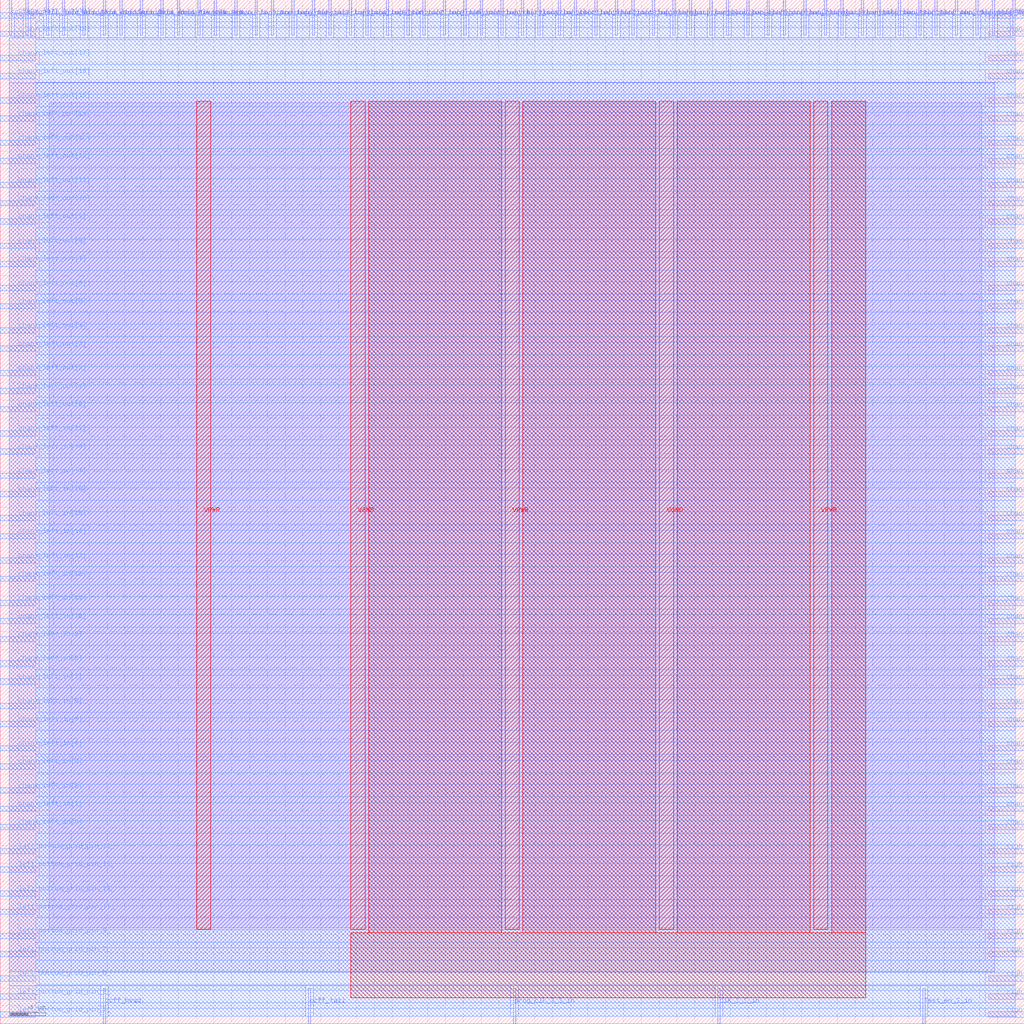
<source format=lef>
VERSION 5.7 ;
  NOWIREEXTENSIONATPIN ON ;
  DIVIDERCHAR "/" ;
  BUSBITCHARS "[]" ;
MACRO sb_1__0_
  CLASS BLOCK ;
  FOREIGN sb_1__0_ ;
  ORIGIN 0.000 0.000 ;
  SIZE 115.000 BY 115.000 ;
  PIN SC_IN_TOP
    DIRECTION INPUT ;
    USE SIGNAL ;
    PORT
      LAYER met2 ;
        RECT 1.010 111.000 1.290 115.000 ;
    END
  END SC_IN_TOP
  PIN SC_OUT_TOP
    DIRECTION OUTPUT TRISTATE ;
    USE SIGNAL ;
    PORT
      LAYER met2 ;
        RECT 113.710 111.000 113.990 115.000 ;
    END
  END SC_OUT_TOP
  PIN Test_en_N_out
    DIRECTION OUTPUT TRISTATE ;
    USE SIGNAL ;
    PORT
      LAYER met2 ;
        RECT 22.170 111.000 22.450 115.000 ;
    END
  END Test_en_N_out
  PIN Test_en_S_in
    DIRECTION INPUT ;
    USE SIGNAL ;
    PORT
      LAYER met2 ;
        RECT 103.590 0.000 103.870 4.000 ;
    END
  END Test_en_S_in
  PIN ccff_head
    DIRECTION INPUT ;
    USE SIGNAL ;
    PORT
      LAYER met2 ;
        RECT 11.590 0.000 11.870 4.000 ;
    END
  END ccff_head
  PIN ccff_tail
    DIRECTION OUTPUT TRISTATE ;
    USE SIGNAL ;
    PORT
      LAYER met2 ;
        RECT 34.590 0.000 34.870 4.000 ;
    END
  END ccff_tail
  PIN chanx_left_in[0]
    DIRECTION INPUT ;
    USE SIGNAL ;
    PORT
      LAYER met3 ;
        RECT 0.000 21.800 4.000 22.400 ;
    END
  END chanx_left_in[0]
  PIN chanx_left_in[10]
    DIRECTION INPUT ;
    USE SIGNAL ;
    PORT
      LAYER met3 ;
        RECT 0.000 44.920 4.000 45.520 ;
    END
  END chanx_left_in[10]
  PIN chanx_left_in[11]
    DIRECTION INPUT ;
    USE SIGNAL ;
    PORT
      LAYER met3 ;
        RECT 0.000 46.960 4.000 47.560 ;
    END
  END chanx_left_in[11]
  PIN chanx_left_in[12]
    DIRECTION INPUT ;
    USE SIGNAL ;
    PORT
      LAYER met3 ;
        RECT 0.000 49.680 4.000 50.280 ;
    END
  END chanx_left_in[12]
  PIN chanx_left_in[13]
    DIRECTION INPUT ;
    USE SIGNAL ;
    PORT
      LAYER met3 ;
        RECT 0.000 51.720 4.000 52.320 ;
    END
  END chanx_left_in[13]
  PIN chanx_left_in[14]
    DIRECTION INPUT ;
    USE SIGNAL ;
    PORT
      LAYER met3 ;
        RECT 0.000 54.440 4.000 55.040 ;
    END
  END chanx_left_in[14]
  PIN chanx_left_in[15]
    DIRECTION INPUT ;
    USE SIGNAL ;
    PORT
      LAYER met3 ;
        RECT 0.000 56.480 4.000 57.080 ;
    END
  END chanx_left_in[15]
  PIN chanx_left_in[16]
    DIRECTION INPUT ;
    USE SIGNAL ;
    PORT
      LAYER met3 ;
        RECT 0.000 59.200 4.000 59.800 ;
    END
  END chanx_left_in[16]
  PIN chanx_left_in[17]
    DIRECTION INPUT ;
    USE SIGNAL ;
    PORT
      LAYER met3 ;
        RECT 0.000 61.240 4.000 61.840 ;
    END
  END chanx_left_in[17]
  PIN chanx_left_in[18]
    DIRECTION INPUT ;
    USE SIGNAL ;
    PORT
      LAYER met3 ;
        RECT 0.000 63.960 4.000 64.560 ;
    END
  END chanx_left_in[18]
  PIN chanx_left_in[19]
    DIRECTION INPUT ;
    USE SIGNAL ;
    PORT
      LAYER met3 ;
        RECT 0.000 66.000 4.000 66.600 ;
    END
  END chanx_left_in[19]
  PIN chanx_left_in[1]
    DIRECTION INPUT ;
    USE SIGNAL ;
    PORT
      LAYER met3 ;
        RECT 0.000 23.840 4.000 24.440 ;
    END
  END chanx_left_in[1]
  PIN chanx_left_in[2]
    DIRECTION INPUT ;
    USE SIGNAL ;
    PORT
      LAYER met3 ;
        RECT 0.000 25.880 4.000 26.480 ;
    END
  END chanx_left_in[2]
  PIN chanx_left_in[3]
    DIRECTION INPUT ;
    USE SIGNAL ;
    PORT
      LAYER met3 ;
        RECT 0.000 28.600 4.000 29.200 ;
    END
  END chanx_left_in[3]
  PIN chanx_left_in[4]
    DIRECTION INPUT ;
    USE SIGNAL ;
    PORT
      LAYER met3 ;
        RECT 0.000 30.640 4.000 31.240 ;
    END
  END chanx_left_in[4]
  PIN chanx_left_in[5]
    DIRECTION INPUT ;
    USE SIGNAL ;
    PORT
      LAYER met3 ;
        RECT 0.000 33.360 4.000 33.960 ;
    END
  END chanx_left_in[5]
  PIN chanx_left_in[6]
    DIRECTION INPUT ;
    USE SIGNAL ;
    PORT
      LAYER met3 ;
        RECT 0.000 35.400 4.000 36.000 ;
    END
  END chanx_left_in[6]
  PIN chanx_left_in[7]
    DIRECTION INPUT ;
    USE SIGNAL ;
    PORT
      LAYER met3 ;
        RECT 0.000 38.120 4.000 38.720 ;
    END
  END chanx_left_in[7]
  PIN chanx_left_in[8]
    DIRECTION INPUT ;
    USE SIGNAL ;
    PORT
      LAYER met3 ;
        RECT 0.000 40.160 4.000 40.760 ;
    END
  END chanx_left_in[8]
  PIN chanx_left_in[9]
    DIRECTION INPUT ;
    USE SIGNAL ;
    PORT
      LAYER met3 ;
        RECT 0.000 42.880 4.000 43.480 ;
    END
  END chanx_left_in[9]
  PIN chanx_left_out[0]
    DIRECTION OUTPUT TRISTATE ;
    USE SIGNAL ;
    PORT
      LAYER met3 ;
        RECT 0.000 68.720 4.000 69.320 ;
    END
  END chanx_left_out[0]
  PIN chanx_left_out[10]
    DIRECTION OUTPUT TRISTATE ;
    USE SIGNAL ;
    PORT
      LAYER met3 ;
        RECT 0.000 91.840 4.000 92.440 ;
    END
  END chanx_left_out[10]
  PIN chanx_left_out[11]
    DIRECTION OUTPUT TRISTATE ;
    USE SIGNAL ;
    PORT
      LAYER met3 ;
        RECT 0.000 93.880 4.000 94.480 ;
    END
  END chanx_left_out[11]
  PIN chanx_left_out[12]
    DIRECTION OUTPUT TRISTATE ;
    USE SIGNAL ;
    PORT
      LAYER met3 ;
        RECT 0.000 96.600 4.000 97.200 ;
    END
  END chanx_left_out[12]
  PIN chanx_left_out[13]
    DIRECTION OUTPUT TRISTATE ;
    USE SIGNAL ;
    PORT
      LAYER met3 ;
        RECT 0.000 98.640 4.000 99.240 ;
    END
  END chanx_left_out[13]
  PIN chanx_left_out[14]
    DIRECTION OUTPUT TRISTATE ;
    USE SIGNAL ;
    PORT
      LAYER met3 ;
        RECT 0.000 101.360 4.000 101.960 ;
    END
  END chanx_left_out[14]
  PIN chanx_left_out[15]
    DIRECTION OUTPUT TRISTATE ;
    USE SIGNAL ;
    PORT
      LAYER met3 ;
        RECT 0.000 103.400 4.000 104.000 ;
    END
  END chanx_left_out[15]
  PIN chanx_left_out[16]
    DIRECTION OUTPUT TRISTATE ;
    USE SIGNAL ;
    PORT
      LAYER met3 ;
        RECT 0.000 106.120 4.000 106.720 ;
    END
  END chanx_left_out[16]
  PIN chanx_left_out[17]
    DIRECTION OUTPUT TRISTATE ;
    USE SIGNAL ;
    PORT
      LAYER met3 ;
        RECT 0.000 108.160 4.000 108.760 ;
    END
  END chanx_left_out[17]
  PIN chanx_left_out[18]
    DIRECTION OUTPUT TRISTATE ;
    USE SIGNAL ;
    PORT
      LAYER met3 ;
        RECT 0.000 110.880 4.000 111.480 ;
    END
  END chanx_left_out[18]
  PIN chanx_left_out[19]
    DIRECTION OUTPUT TRISTATE ;
    USE SIGNAL ;
    PORT
      LAYER met3 ;
        RECT 0.000 112.920 4.000 113.520 ;
    END
  END chanx_left_out[19]
  PIN chanx_left_out[1]
    DIRECTION OUTPUT TRISTATE ;
    USE SIGNAL ;
    PORT
      LAYER met3 ;
        RECT 0.000 70.760 4.000 71.360 ;
    END
  END chanx_left_out[1]
  PIN chanx_left_out[2]
    DIRECTION OUTPUT TRISTATE ;
    USE SIGNAL ;
    PORT
      LAYER met3 ;
        RECT 0.000 72.800 4.000 73.400 ;
    END
  END chanx_left_out[2]
  PIN chanx_left_out[3]
    DIRECTION OUTPUT TRISTATE ;
    USE SIGNAL ;
    PORT
      LAYER met3 ;
        RECT 0.000 75.520 4.000 76.120 ;
    END
  END chanx_left_out[3]
  PIN chanx_left_out[4]
    DIRECTION OUTPUT TRISTATE ;
    USE SIGNAL ;
    PORT
      LAYER met3 ;
        RECT 0.000 77.560 4.000 78.160 ;
    END
  END chanx_left_out[4]
  PIN chanx_left_out[5]
    DIRECTION OUTPUT TRISTATE ;
    USE SIGNAL ;
    PORT
      LAYER met3 ;
        RECT 0.000 80.280 4.000 80.880 ;
    END
  END chanx_left_out[5]
  PIN chanx_left_out[6]
    DIRECTION OUTPUT TRISTATE ;
    USE SIGNAL ;
    PORT
      LAYER met3 ;
        RECT 0.000 82.320 4.000 82.920 ;
    END
  END chanx_left_out[6]
  PIN chanx_left_out[7]
    DIRECTION OUTPUT TRISTATE ;
    USE SIGNAL ;
    PORT
      LAYER met3 ;
        RECT 0.000 85.040 4.000 85.640 ;
    END
  END chanx_left_out[7]
  PIN chanx_left_out[8]
    DIRECTION OUTPUT TRISTATE ;
    USE SIGNAL ;
    PORT
      LAYER met3 ;
        RECT 0.000 87.080 4.000 87.680 ;
    END
  END chanx_left_out[8]
  PIN chanx_left_out[9]
    DIRECTION OUTPUT TRISTATE ;
    USE SIGNAL ;
    PORT
      LAYER met3 ;
        RECT 0.000 89.800 4.000 90.400 ;
    END
  END chanx_left_out[9]
  PIN chanx_right_in[0]
    DIRECTION INPUT ;
    USE SIGNAL ;
    PORT
      LAYER met3 ;
        RECT 111.000 21.800 115.000 22.400 ;
    END
  END chanx_right_in[0]
  PIN chanx_right_in[10]
    DIRECTION INPUT ;
    USE SIGNAL ;
    PORT
      LAYER met3 ;
        RECT 111.000 44.920 115.000 45.520 ;
    END
  END chanx_right_in[10]
  PIN chanx_right_in[11]
    DIRECTION INPUT ;
    USE SIGNAL ;
    PORT
      LAYER met3 ;
        RECT 111.000 46.960 115.000 47.560 ;
    END
  END chanx_right_in[11]
  PIN chanx_right_in[12]
    DIRECTION INPUT ;
    USE SIGNAL ;
    PORT
      LAYER met3 ;
        RECT 111.000 49.680 115.000 50.280 ;
    END
  END chanx_right_in[12]
  PIN chanx_right_in[13]
    DIRECTION INPUT ;
    USE SIGNAL ;
    PORT
      LAYER met3 ;
        RECT 111.000 51.720 115.000 52.320 ;
    END
  END chanx_right_in[13]
  PIN chanx_right_in[14]
    DIRECTION INPUT ;
    USE SIGNAL ;
    PORT
      LAYER met3 ;
        RECT 111.000 54.440 115.000 55.040 ;
    END
  END chanx_right_in[14]
  PIN chanx_right_in[15]
    DIRECTION INPUT ;
    USE SIGNAL ;
    PORT
      LAYER met3 ;
        RECT 111.000 56.480 115.000 57.080 ;
    END
  END chanx_right_in[15]
  PIN chanx_right_in[16]
    DIRECTION INPUT ;
    USE SIGNAL ;
    PORT
      LAYER met3 ;
        RECT 111.000 59.200 115.000 59.800 ;
    END
  END chanx_right_in[16]
  PIN chanx_right_in[17]
    DIRECTION INPUT ;
    USE SIGNAL ;
    PORT
      LAYER met3 ;
        RECT 111.000 61.240 115.000 61.840 ;
    END
  END chanx_right_in[17]
  PIN chanx_right_in[18]
    DIRECTION INPUT ;
    USE SIGNAL ;
    PORT
      LAYER met3 ;
        RECT 111.000 63.960 115.000 64.560 ;
    END
  END chanx_right_in[18]
  PIN chanx_right_in[19]
    DIRECTION INPUT ;
    USE SIGNAL ;
    PORT
      LAYER met3 ;
        RECT 111.000 66.000 115.000 66.600 ;
    END
  END chanx_right_in[19]
  PIN chanx_right_in[1]
    DIRECTION INPUT ;
    USE SIGNAL ;
    PORT
      LAYER met3 ;
        RECT 111.000 23.840 115.000 24.440 ;
    END
  END chanx_right_in[1]
  PIN chanx_right_in[2]
    DIRECTION INPUT ;
    USE SIGNAL ;
    PORT
      LAYER met3 ;
        RECT 111.000 25.880 115.000 26.480 ;
    END
  END chanx_right_in[2]
  PIN chanx_right_in[3]
    DIRECTION INPUT ;
    USE SIGNAL ;
    PORT
      LAYER met3 ;
        RECT 111.000 28.600 115.000 29.200 ;
    END
  END chanx_right_in[3]
  PIN chanx_right_in[4]
    DIRECTION INPUT ;
    USE SIGNAL ;
    PORT
      LAYER met3 ;
        RECT 111.000 30.640 115.000 31.240 ;
    END
  END chanx_right_in[4]
  PIN chanx_right_in[5]
    DIRECTION INPUT ;
    USE SIGNAL ;
    PORT
      LAYER met3 ;
        RECT 111.000 33.360 115.000 33.960 ;
    END
  END chanx_right_in[5]
  PIN chanx_right_in[6]
    DIRECTION INPUT ;
    USE SIGNAL ;
    PORT
      LAYER met3 ;
        RECT 111.000 35.400 115.000 36.000 ;
    END
  END chanx_right_in[6]
  PIN chanx_right_in[7]
    DIRECTION INPUT ;
    USE SIGNAL ;
    PORT
      LAYER met3 ;
        RECT 111.000 38.120 115.000 38.720 ;
    END
  END chanx_right_in[7]
  PIN chanx_right_in[8]
    DIRECTION INPUT ;
    USE SIGNAL ;
    PORT
      LAYER met3 ;
        RECT 111.000 40.160 115.000 40.760 ;
    END
  END chanx_right_in[8]
  PIN chanx_right_in[9]
    DIRECTION INPUT ;
    USE SIGNAL ;
    PORT
      LAYER met3 ;
        RECT 111.000 42.880 115.000 43.480 ;
    END
  END chanx_right_in[9]
  PIN chanx_right_out[0]
    DIRECTION OUTPUT TRISTATE ;
    USE SIGNAL ;
    PORT
      LAYER met3 ;
        RECT 111.000 68.720 115.000 69.320 ;
    END
  END chanx_right_out[0]
  PIN chanx_right_out[10]
    DIRECTION OUTPUT TRISTATE ;
    USE SIGNAL ;
    PORT
      LAYER met3 ;
        RECT 111.000 91.840 115.000 92.440 ;
    END
  END chanx_right_out[10]
  PIN chanx_right_out[11]
    DIRECTION OUTPUT TRISTATE ;
    USE SIGNAL ;
    PORT
      LAYER met3 ;
        RECT 111.000 93.880 115.000 94.480 ;
    END
  END chanx_right_out[11]
  PIN chanx_right_out[12]
    DIRECTION OUTPUT TRISTATE ;
    USE SIGNAL ;
    PORT
      LAYER met3 ;
        RECT 111.000 96.600 115.000 97.200 ;
    END
  END chanx_right_out[12]
  PIN chanx_right_out[13]
    DIRECTION OUTPUT TRISTATE ;
    USE SIGNAL ;
    PORT
      LAYER met3 ;
        RECT 111.000 98.640 115.000 99.240 ;
    END
  END chanx_right_out[13]
  PIN chanx_right_out[14]
    DIRECTION OUTPUT TRISTATE ;
    USE SIGNAL ;
    PORT
      LAYER met3 ;
        RECT 111.000 101.360 115.000 101.960 ;
    END
  END chanx_right_out[14]
  PIN chanx_right_out[15]
    DIRECTION OUTPUT TRISTATE ;
    USE SIGNAL ;
    PORT
      LAYER met3 ;
        RECT 111.000 103.400 115.000 104.000 ;
    END
  END chanx_right_out[15]
  PIN chanx_right_out[16]
    DIRECTION OUTPUT TRISTATE ;
    USE SIGNAL ;
    PORT
      LAYER met3 ;
        RECT 111.000 106.120 115.000 106.720 ;
    END
  END chanx_right_out[16]
  PIN chanx_right_out[17]
    DIRECTION OUTPUT TRISTATE ;
    USE SIGNAL ;
    PORT
      LAYER met3 ;
        RECT 111.000 108.160 115.000 108.760 ;
    END
  END chanx_right_out[17]
  PIN chanx_right_out[18]
    DIRECTION OUTPUT TRISTATE ;
    USE SIGNAL ;
    PORT
      LAYER met3 ;
        RECT 111.000 110.880 115.000 111.480 ;
    END
  END chanx_right_out[18]
  PIN chanx_right_out[19]
    DIRECTION OUTPUT TRISTATE ;
    USE SIGNAL ;
    PORT
      LAYER met3 ;
        RECT 111.000 112.920 115.000 113.520 ;
    END
  END chanx_right_out[19]
  PIN chanx_right_out[1]
    DIRECTION OUTPUT TRISTATE ;
    USE SIGNAL ;
    PORT
      LAYER met3 ;
        RECT 111.000 70.760 115.000 71.360 ;
    END
  END chanx_right_out[1]
  PIN chanx_right_out[2]
    DIRECTION OUTPUT TRISTATE ;
    USE SIGNAL ;
    PORT
      LAYER met3 ;
        RECT 111.000 72.800 115.000 73.400 ;
    END
  END chanx_right_out[2]
  PIN chanx_right_out[3]
    DIRECTION OUTPUT TRISTATE ;
    USE SIGNAL ;
    PORT
      LAYER met3 ;
        RECT 111.000 75.520 115.000 76.120 ;
    END
  END chanx_right_out[3]
  PIN chanx_right_out[4]
    DIRECTION OUTPUT TRISTATE ;
    USE SIGNAL ;
    PORT
      LAYER met3 ;
        RECT 111.000 77.560 115.000 78.160 ;
    END
  END chanx_right_out[4]
  PIN chanx_right_out[5]
    DIRECTION OUTPUT TRISTATE ;
    USE SIGNAL ;
    PORT
      LAYER met3 ;
        RECT 111.000 80.280 115.000 80.880 ;
    END
  END chanx_right_out[5]
  PIN chanx_right_out[6]
    DIRECTION OUTPUT TRISTATE ;
    USE SIGNAL ;
    PORT
      LAYER met3 ;
        RECT 111.000 82.320 115.000 82.920 ;
    END
  END chanx_right_out[6]
  PIN chanx_right_out[7]
    DIRECTION OUTPUT TRISTATE ;
    USE SIGNAL ;
    PORT
      LAYER met3 ;
        RECT 111.000 85.040 115.000 85.640 ;
    END
  END chanx_right_out[7]
  PIN chanx_right_out[8]
    DIRECTION OUTPUT TRISTATE ;
    USE SIGNAL ;
    PORT
      LAYER met3 ;
        RECT 111.000 87.080 115.000 87.680 ;
    END
  END chanx_right_out[8]
  PIN chanx_right_out[9]
    DIRECTION OUTPUT TRISTATE ;
    USE SIGNAL ;
    PORT
      LAYER met3 ;
        RECT 111.000 89.800 115.000 90.400 ;
    END
  END chanx_right_out[9]
  PIN chany_top_in[0]
    DIRECTION INPUT ;
    USE SIGNAL ;
    PORT
      LAYER met2 ;
        RECT 28.610 111.000 28.890 115.000 ;
    END
  END chany_top_in[0]
  PIN chany_top_in[10]
    DIRECTION INPUT ;
    USE SIGNAL ;
    PORT
      LAYER met2 ;
        RECT 49.770 111.000 50.050 115.000 ;
    END
  END chany_top_in[10]
  PIN chany_top_in[11]
    DIRECTION INPUT ;
    USE SIGNAL ;
    PORT
      LAYER met2 ;
        RECT 52.070 111.000 52.350 115.000 ;
    END
  END chany_top_in[11]
  PIN chany_top_in[12]
    DIRECTION INPUT ;
    USE SIGNAL ;
    PORT
      LAYER met2 ;
        RECT 53.910 111.000 54.190 115.000 ;
    END
  END chany_top_in[12]
  PIN chany_top_in[13]
    DIRECTION INPUT ;
    USE SIGNAL ;
    PORT
      LAYER met2 ;
        RECT 56.210 111.000 56.490 115.000 ;
    END
  END chany_top_in[13]
  PIN chany_top_in[14]
    DIRECTION INPUT ;
    USE SIGNAL ;
    PORT
      LAYER met2 ;
        RECT 58.510 111.000 58.790 115.000 ;
    END
  END chany_top_in[14]
  PIN chany_top_in[15]
    DIRECTION INPUT ;
    USE SIGNAL ;
    PORT
      LAYER met2 ;
        RECT 60.350 111.000 60.630 115.000 ;
    END
  END chany_top_in[15]
  PIN chany_top_in[16]
    DIRECTION INPUT ;
    USE SIGNAL ;
    PORT
      LAYER met2 ;
        RECT 62.650 111.000 62.930 115.000 ;
    END
  END chany_top_in[16]
  PIN chany_top_in[17]
    DIRECTION INPUT ;
    USE SIGNAL ;
    PORT
      LAYER met2 ;
        RECT 64.490 111.000 64.770 115.000 ;
    END
  END chany_top_in[17]
  PIN chany_top_in[18]
    DIRECTION INPUT ;
    USE SIGNAL ;
    PORT
      LAYER met2 ;
        RECT 66.790 111.000 67.070 115.000 ;
    END
  END chany_top_in[18]
  PIN chany_top_in[19]
    DIRECTION INPUT ;
    USE SIGNAL ;
    PORT
      LAYER met2 ;
        RECT 69.090 111.000 69.370 115.000 ;
    END
  END chany_top_in[19]
  PIN chany_top_in[1]
    DIRECTION INPUT ;
    USE SIGNAL ;
    PORT
      LAYER met2 ;
        RECT 30.450 111.000 30.730 115.000 ;
    END
  END chany_top_in[1]
  PIN chany_top_in[2]
    DIRECTION INPUT ;
    USE SIGNAL ;
    PORT
      LAYER met2 ;
        RECT 32.750 111.000 33.030 115.000 ;
    END
  END chany_top_in[2]
  PIN chany_top_in[3]
    DIRECTION INPUT ;
    USE SIGNAL ;
    PORT
      LAYER met2 ;
        RECT 35.050 111.000 35.330 115.000 ;
    END
  END chany_top_in[3]
  PIN chany_top_in[4]
    DIRECTION INPUT ;
    USE SIGNAL ;
    PORT
      LAYER met2 ;
        RECT 36.890 111.000 37.170 115.000 ;
    END
  END chany_top_in[4]
  PIN chany_top_in[5]
    DIRECTION INPUT ;
    USE SIGNAL ;
    PORT
      LAYER met2 ;
        RECT 39.190 111.000 39.470 115.000 ;
    END
  END chany_top_in[5]
  PIN chany_top_in[6]
    DIRECTION INPUT ;
    USE SIGNAL ;
    PORT
      LAYER met2 ;
        RECT 41.030 111.000 41.310 115.000 ;
    END
  END chany_top_in[6]
  PIN chany_top_in[7]
    DIRECTION INPUT ;
    USE SIGNAL ;
    PORT
      LAYER met2 ;
        RECT 43.330 111.000 43.610 115.000 ;
    END
  END chany_top_in[7]
  PIN chany_top_in[8]
    DIRECTION INPUT ;
    USE SIGNAL ;
    PORT
      LAYER met2 ;
        RECT 45.630 111.000 45.910 115.000 ;
    END
  END chany_top_in[8]
  PIN chany_top_in[9]
    DIRECTION INPUT ;
    USE SIGNAL ;
    PORT
      LAYER met2 ;
        RECT 47.470 111.000 47.750 115.000 ;
    END
  END chany_top_in[9]
  PIN chany_top_out[0]
    DIRECTION OUTPUT TRISTATE ;
    USE SIGNAL ;
    PORT
      LAYER met2 ;
        RECT 70.930 111.000 71.210 115.000 ;
    END
  END chany_top_out[0]
  PIN chany_top_out[10]
    DIRECTION OUTPUT TRISTATE ;
    USE SIGNAL ;
    PORT
      LAYER met2 ;
        RECT 92.550 111.000 92.830 115.000 ;
    END
  END chany_top_out[10]
  PIN chany_top_out[11]
    DIRECTION OUTPUT TRISTATE ;
    USE SIGNAL ;
    PORT
      LAYER met2 ;
        RECT 94.390 111.000 94.670 115.000 ;
    END
  END chany_top_out[11]
  PIN chany_top_out[12]
    DIRECTION OUTPUT TRISTATE ;
    USE SIGNAL ;
    PORT
      LAYER met2 ;
        RECT 96.690 111.000 96.970 115.000 ;
    END
  END chany_top_out[12]
  PIN chany_top_out[13]
    DIRECTION OUTPUT TRISTATE ;
    USE SIGNAL ;
    PORT
      LAYER met2 ;
        RECT 98.530 111.000 98.810 115.000 ;
    END
  END chany_top_out[13]
  PIN chany_top_out[14]
    DIRECTION OUTPUT TRISTATE ;
    USE SIGNAL ;
    PORT
      LAYER met2 ;
        RECT 100.830 111.000 101.110 115.000 ;
    END
  END chany_top_out[14]
  PIN chany_top_out[15]
    DIRECTION OUTPUT TRISTATE ;
    USE SIGNAL ;
    PORT
      LAYER met2 ;
        RECT 103.130 111.000 103.410 115.000 ;
    END
  END chany_top_out[15]
  PIN chany_top_out[16]
    DIRECTION OUTPUT TRISTATE ;
    USE SIGNAL ;
    PORT
      LAYER met2 ;
        RECT 104.970 111.000 105.250 115.000 ;
    END
  END chany_top_out[16]
  PIN chany_top_out[17]
    DIRECTION OUTPUT TRISTATE ;
    USE SIGNAL ;
    PORT
      LAYER met2 ;
        RECT 107.270 111.000 107.550 115.000 ;
    END
  END chany_top_out[17]
  PIN chany_top_out[18]
    DIRECTION OUTPUT TRISTATE ;
    USE SIGNAL ;
    PORT
      LAYER met2 ;
        RECT 109.570 111.000 109.850 115.000 ;
    END
  END chany_top_out[18]
  PIN chany_top_out[19]
    DIRECTION OUTPUT TRISTATE ;
    USE SIGNAL ;
    PORT
      LAYER met2 ;
        RECT 111.410 111.000 111.690 115.000 ;
    END
  END chany_top_out[19]
  PIN chany_top_out[1]
    DIRECTION OUTPUT TRISTATE ;
    USE SIGNAL ;
    PORT
      LAYER met2 ;
        RECT 73.230 111.000 73.510 115.000 ;
    END
  END chany_top_out[1]
  PIN chany_top_out[2]
    DIRECTION OUTPUT TRISTATE ;
    USE SIGNAL ;
    PORT
      LAYER met2 ;
        RECT 75.530 111.000 75.810 115.000 ;
    END
  END chany_top_out[2]
  PIN chany_top_out[3]
    DIRECTION OUTPUT TRISTATE ;
    USE SIGNAL ;
    PORT
      LAYER met2 ;
        RECT 77.370 111.000 77.650 115.000 ;
    END
  END chany_top_out[3]
  PIN chany_top_out[4]
    DIRECTION OUTPUT TRISTATE ;
    USE SIGNAL ;
    PORT
      LAYER met2 ;
        RECT 79.670 111.000 79.950 115.000 ;
    END
  END chany_top_out[4]
  PIN chany_top_out[5]
    DIRECTION OUTPUT TRISTATE ;
    USE SIGNAL ;
    PORT
      LAYER met2 ;
        RECT 81.510 111.000 81.790 115.000 ;
    END
  END chany_top_out[5]
  PIN chany_top_out[6]
    DIRECTION OUTPUT TRISTATE ;
    USE SIGNAL ;
    PORT
      LAYER met2 ;
        RECT 83.810 111.000 84.090 115.000 ;
    END
  END chany_top_out[6]
  PIN chany_top_out[7]
    DIRECTION OUTPUT TRISTATE ;
    USE SIGNAL ;
    PORT
      LAYER met2 ;
        RECT 86.110 111.000 86.390 115.000 ;
    END
  END chany_top_out[7]
  PIN chany_top_out[8]
    DIRECTION OUTPUT TRISTATE ;
    USE SIGNAL ;
    PORT
      LAYER met2 ;
        RECT 87.950 111.000 88.230 115.000 ;
    END
  END chany_top_out[8]
  PIN chany_top_out[9]
    DIRECTION OUTPUT TRISTATE ;
    USE SIGNAL ;
    PORT
      LAYER met2 ;
        RECT 90.250 111.000 90.530 115.000 ;
    END
  END chany_top_out[9]
  PIN clk_3_N_out
    DIRECTION OUTPUT TRISTATE ;
    USE SIGNAL ;
    PORT
      LAYER met2 ;
        RECT 24.010 111.000 24.290 115.000 ;
    END
  END clk_3_N_out
  PIN clk_3_S_in
    DIRECTION INPUT ;
    USE SIGNAL ;
    PORT
      LAYER met2 ;
        RECT 80.590 0.000 80.870 4.000 ;
    END
  END clk_3_S_in
  PIN left_bottom_grid_pin_11_
    DIRECTION INPUT ;
    USE SIGNAL ;
    PORT
      LAYER met3 ;
        RECT 0.000 12.280 4.000 12.880 ;
    END
  END left_bottom_grid_pin_11_
  PIN left_bottom_grid_pin_13_
    DIRECTION INPUT ;
    USE SIGNAL ;
    PORT
      LAYER met3 ;
        RECT 0.000 14.320 4.000 14.920 ;
    END
  END left_bottom_grid_pin_13_
  PIN left_bottom_grid_pin_15_
    DIRECTION INPUT ;
    USE SIGNAL ;
    PORT
      LAYER met3 ;
        RECT 0.000 17.040 4.000 17.640 ;
    END
  END left_bottom_grid_pin_15_
  PIN left_bottom_grid_pin_17_
    DIRECTION INPUT ;
    USE SIGNAL ;
    PORT
      LAYER met3 ;
        RECT 0.000 19.080 4.000 19.680 ;
    END
  END left_bottom_grid_pin_17_
  PIN left_bottom_grid_pin_1_
    DIRECTION INPUT ;
    USE SIGNAL ;
    PORT
      LAYER met3 ;
        RECT 0.000 0.720 4.000 1.320 ;
    END
  END left_bottom_grid_pin_1_
  PIN left_bottom_grid_pin_3_
    DIRECTION INPUT ;
    USE SIGNAL ;
    PORT
      LAYER met3 ;
        RECT 0.000 2.760 4.000 3.360 ;
    END
  END left_bottom_grid_pin_3_
  PIN left_bottom_grid_pin_5_
    DIRECTION INPUT ;
    USE SIGNAL ;
    PORT
      LAYER met3 ;
        RECT 0.000 4.800 4.000 5.400 ;
    END
  END left_bottom_grid_pin_5_
  PIN left_bottom_grid_pin_7_
    DIRECTION INPUT ;
    USE SIGNAL ;
    PORT
      LAYER met3 ;
        RECT 0.000 7.520 4.000 8.120 ;
    END
  END left_bottom_grid_pin_7_
  PIN left_bottom_grid_pin_9_
    DIRECTION INPUT ;
    USE SIGNAL ;
    PORT
      LAYER met3 ;
        RECT 0.000 9.560 4.000 10.160 ;
    END
  END left_bottom_grid_pin_9_
  PIN prog_clk_0_N_in
    DIRECTION INPUT ;
    USE SIGNAL ;
    PORT
      LAYER met2 ;
        RECT 19.870 111.000 20.150 115.000 ;
    END
  END prog_clk_0_N_in
  PIN prog_clk_3_N_out
    DIRECTION OUTPUT TRISTATE ;
    USE SIGNAL ;
    PORT
      LAYER met2 ;
        RECT 26.310 111.000 26.590 115.000 ;
    END
  END prog_clk_3_N_out
  PIN prog_clk_3_S_in
    DIRECTION INPUT ;
    USE SIGNAL ;
    PORT
      LAYER met2 ;
        RECT 57.590 0.000 57.870 4.000 ;
    END
  END prog_clk_3_S_in
  PIN right_bottom_grid_pin_11_
    DIRECTION INPUT ;
    USE SIGNAL ;
    PORT
      LAYER met3 ;
        RECT 111.000 12.280 115.000 12.880 ;
    END
  END right_bottom_grid_pin_11_
  PIN right_bottom_grid_pin_13_
    DIRECTION INPUT ;
    USE SIGNAL ;
    PORT
      LAYER met3 ;
        RECT 111.000 14.320 115.000 14.920 ;
    END
  END right_bottom_grid_pin_13_
  PIN right_bottom_grid_pin_15_
    DIRECTION INPUT ;
    USE SIGNAL ;
    PORT
      LAYER met3 ;
        RECT 111.000 17.040 115.000 17.640 ;
    END
  END right_bottom_grid_pin_15_
  PIN right_bottom_grid_pin_17_
    DIRECTION INPUT ;
    USE SIGNAL ;
    PORT
      LAYER met3 ;
        RECT 111.000 19.080 115.000 19.680 ;
    END
  END right_bottom_grid_pin_17_
  PIN right_bottom_grid_pin_1_
    DIRECTION INPUT ;
    USE SIGNAL ;
    PORT
      LAYER met3 ;
        RECT 111.000 0.720 115.000 1.320 ;
    END
  END right_bottom_grid_pin_1_
  PIN right_bottom_grid_pin_3_
    DIRECTION INPUT ;
    USE SIGNAL ;
    PORT
      LAYER met3 ;
        RECT 111.000 2.760 115.000 3.360 ;
    END
  END right_bottom_grid_pin_3_
  PIN right_bottom_grid_pin_5_
    DIRECTION INPUT ;
    USE SIGNAL ;
    PORT
      LAYER met3 ;
        RECT 111.000 4.800 115.000 5.400 ;
    END
  END right_bottom_grid_pin_5_
  PIN right_bottom_grid_pin_7_
    DIRECTION INPUT ;
    USE SIGNAL ;
    PORT
      LAYER met3 ;
        RECT 111.000 7.520 115.000 8.120 ;
    END
  END right_bottom_grid_pin_7_
  PIN right_bottom_grid_pin_9_
    DIRECTION INPUT ;
    USE SIGNAL ;
    PORT
      LAYER met3 ;
        RECT 111.000 9.560 115.000 10.160 ;
    END
  END right_bottom_grid_pin_9_
  PIN top_left_grid_pin_42_
    DIRECTION INPUT ;
    USE SIGNAL ;
    PORT
      LAYER met2 ;
        RECT 2.850 111.000 3.130 115.000 ;
    END
  END top_left_grid_pin_42_
  PIN top_left_grid_pin_43_
    DIRECTION INPUT ;
    USE SIGNAL ;
    PORT
      LAYER met2 ;
        RECT 5.150 111.000 5.430 115.000 ;
    END
  END top_left_grid_pin_43_
  PIN top_left_grid_pin_44_
    DIRECTION INPUT ;
    USE SIGNAL ;
    PORT
      LAYER met2 ;
        RECT 6.990 111.000 7.270 115.000 ;
    END
  END top_left_grid_pin_44_
  PIN top_left_grid_pin_45_
    DIRECTION INPUT ;
    USE SIGNAL ;
    PORT
      LAYER met2 ;
        RECT 9.290 111.000 9.570 115.000 ;
    END
  END top_left_grid_pin_45_
  PIN top_left_grid_pin_46_
    DIRECTION INPUT ;
    USE SIGNAL ;
    PORT
      LAYER met2 ;
        RECT 11.590 111.000 11.870 115.000 ;
    END
  END top_left_grid_pin_46_
  PIN top_left_grid_pin_47_
    DIRECTION INPUT ;
    USE SIGNAL ;
    PORT
      LAYER met2 ;
        RECT 13.430 111.000 13.710 115.000 ;
    END
  END top_left_grid_pin_47_
  PIN top_left_grid_pin_48_
    DIRECTION INPUT ;
    USE SIGNAL ;
    PORT
      LAYER met2 ;
        RECT 15.730 111.000 16.010 115.000 ;
    END
  END top_left_grid_pin_48_
  PIN top_left_grid_pin_49_
    DIRECTION INPUT ;
    USE SIGNAL ;
    PORT
      LAYER met2 ;
        RECT 18.030 111.000 18.310 115.000 ;
    END
  END top_left_grid_pin_49_
  PIN VPWR
    DIRECTION INOUT ;
    USE POWER ;
    PORT
      LAYER met4 ;
        RECT 91.355 10.640 92.955 103.600 ;
    END
  END VPWR
  PIN VPWR
    DIRECTION INOUT ;
    USE POWER ;
    PORT
      LAYER met4 ;
        RECT 56.700 10.640 58.300 103.600 ;
    END
  END VPWR
  PIN VPWR
    DIRECTION INOUT ;
    USE POWER ;
    PORT
      LAYER met4 ;
        RECT 22.045 10.640 23.645 103.600 ;
    END
  END VPWR
  PIN VGND
    DIRECTION INOUT ;
    USE GROUND ;
    PORT
      LAYER met4 ;
        RECT 74.025 10.640 75.625 103.600 ;
    END
  END VGND
  PIN VGND
    DIRECTION INOUT ;
    USE GROUND ;
    PORT
      LAYER met4 ;
        RECT 39.375 10.640 40.975 103.600 ;
    END
  END VGND
  OBS
      LAYER li1 ;
        RECT 5.520 10.795 110.255 103.445 ;
      LAYER met1 ;
        RECT 0.990 5.820 111.710 105.700 ;
      LAYER met2 ;
        RECT 1.570 110.720 2.570 113.405 ;
        RECT 3.410 110.720 4.870 113.405 ;
        RECT 5.710 110.720 6.710 113.405 ;
        RECT 7.550 110.720 9.010 113.405 ;
        RECT 9.850 110.720 11.310 113.405 ;
        RECT 12.150 110.720 13.150 113.405 ;
        RECT 13.990 110.720 15.450 113.405 ;
        RECT 16.290 110.720 17.750 113.405 ;
        RECT 18.590 110.720 19.590 113.405 ;
        RECT 20.430 110.720 21.890 113.405 ;
        RECT 22.730 110.720 23.730 113.405 ;
        RECT 24.570 110.720 26.030 113.405 ;
        RECT 26.870 110.720 28.330 113.405 ;
        RECT 29.170 110.720 30.170 113.405 ;
        RECT 31.010 110.720 32.470 113.405 ;
        RECT 33.310 110.720 34.770 113.405 ;
        RECT 35.610 110.720 36.610 113.405 ;
        RECT 37.450 110.720 38.910 113.405 ;
        RECT 39.750 110.720 40.750 113.405 ;
        RECT 41.590 110.720 43.050 113.405 ;
        RECT 43.890 110.720 45.350 113.405 ;
        RECT 46.190 110.720 47.190 113.405 ;
        RECT 48.030 110.720 49.490 113.405 ;
        RECT 50.330 110.720 51.790 113.405 ;
        RECT 52.630 110.720 53.630 113.405 ;
        RECT 54.470 110.720 55.930 113.405 ;
        RECT 56.770 110.720 58.230 113.405 ;
        RECT 59.070 110.720 60.070 113.405 ;
        RECT 60.910 110.720 62.370 113.405 ;
        RECT 63.210 110.720 64.210 113.405 ;
        RECT 65.050 110.720 66.510 113.405 ;
        RECT 67.350 110.720 68.810 113.405 ;
        RECT 69.650 110.720 70.650 113.405 ;
        RECT 71.490 110.720 72.950 113.405 ;
        RECT 73.790 110.720 75.250 113.405 ;
        RECT 76.090 110.720 77.090 113.405 ;
        RECT 77.930 110.720 79.390 113.405 ;
        RECT 80.230 110.720 81.230 113.405 ;
        RECT 82.070 110.720 83.530 113.405 ;
        RECT 84.370 110.720 85.830 113.405 ;
        RECT 86.670 110.720 87.670 113.405 ;
        RECT 88.510 110.720 89.970 113.405 ;
        RECT 90.810 110.720 92.270 113.405 ;
        RECT 93.110 110.720 94.110 113.405 ;
        RECT 94.950 110.720 96.410 113.405 ;
        RECT 97.250 110.720 98.250 113.405 ;
        RECT 99.090 110.720 100.550 113.405 ;
        RECT 101.390 110.720 102.850 113.405 ;
        RECT 103.690 110.720 104.690 113.405 ;
        RECT 105.530 110.720 106.990 113.405 ;
        RECT 107.830 110.720 109.290 113.405 ;
        RECT 110.130 110.720 111.130 113.405 ;
        RECT 111.970 110.720 113.430 113.405 ;
        RECT 1.020 4.280 113.990 110.720 ;
        RECT 1.020 0.835 11.310 4.280 ;
        RECT 12.150 0.835 34.310 4.280 ;
        RECT 35.150 0.835 57.310 4.280 ;
        RECT 58.150 0.835 80.310 4.280 ;
        RECT 81.150 0.835 103.310 4.280 ;
        RECT 104.150 0.835 113.990 4.280 ;
      LAYER met3 ;
        RECT 4.400 112.520 110.600 113.385 ;
        RECT 4.000 111.880 114.015 112.520 ;
        RECT 4.400 110.480 110.600 111.880 ;
        RECT 4.000 109.160 114.015 110.480 ;
        RECT 4.400 107.760 110.600 109.160 ;
        RECT 4.000 107.120 114.015 107.760 ;
        RECT 4.400 105.720 110.600 107.120 ;
        RECT 4.000 104.400 114.015 105.720 ;
        RECT 4.400 103.000 110.600 104.400 ;
        RECT 4.000 102.360 114.015 103.000 ;
        RECT 4.400 100.960 110.600 102.360 ;
        RECT 4.000 99.640 114.015 100.960 ;
        RECT 4.400 98.240 110.600 99.640 ;
        RECT 4.000 97.600 114.015 98.240 ;
        RECT 4.400 96.200 110.600 97.600 ;
        RECT 4.000 94.880 114.015 96.200 ;
        RECT 4.400 93.480 110.600 94.880 ;
        RECT 4.000 92.840 114.015 93.480 ;
        RECT 4.400 91.440 110.600 92.840 ;
        RECT 4.000 90.800 114.015 91.440 ;
        RECT 4.400 89.400 110.600 90.800 ;
        RECT 4.000 88.080 114.015 89.400 ;
        RECT 4.400 86.680 110.600 88.080 ;
        RECT 4.000 86.040 114.015 86.680 ;
        RECT 4.400 84.640 110.600 86.040 ;
        RECT 4.000 83.320 114.015 84.640 ;
        RECT 4.400 81.920 110.600 83.320 ;
        RECT 4.000 81.280 114.015 81.920 ;
        RECT 4.400 79.880 110.600 81.280 ;
        RECT 4.000 78.560 114.015 79.880 ;
        RECT 4.400 77.160 110.600 78.560 ;
        RECT 4.000 76.520 114.015 77.160 ;
        RECT 4.400 75.120 110.600 76.520 ;
        RECT 4.000 73.800 114.015 75.120 ;
        RECT 4.400 72.400 110.600 73.800 ;
        RECT 4.000 71.760 114.015 72.400 ;
        RECT 4.400 70.360 110.600 71.760 ;
        RECT 4.000 69.720 114.015 70.360 ;
        RECT 4.400 68.320 110.600 69.720 ;
        RECT 4.000 67.000 114.015 68.320 ;
        RECT 4.400 65.600 110.600 67.000 ;
        RECT 4.000 64.960 114.015 65.600 ;
        RECT 4.400 63.560 110.600 64.960 ;
        RECT 4.000 62.240 114.015 63.560 ;
        RECT 4.400 60.840 110.600 62.240 ;
        RECT 4.000 60.200 114.015 60.840 ;
        RECT 4.400 58.800 110.600 60.200 ;
        RECT 4.000 57.480 114.015 58.800 ;
        RECT 4.400 56.080 110.600 57.480 ;
        RECT 4.000 55.440 114.015 56.080 ;
        RECT 4.400 54.040 110.600 55.440 ;
        RECT 4.000 52.720 114.015 54.040 ;
        RECT 4.400 51.320 110.600 52.720 ;
        RECT 4.000 50.680 114.015 51.320 ;
        RECT 4.400 49.280 110.600 50.680 ;
        RECT 4.000 47.960 114.015 49.280 ;
        RECT 4.400 46.560 110.600 47.960 ;
        RECT 4.000 45.920 114.015 46.560 ;
        RECT 4.400 44.520 110.600 45.920 ;
        RECT 4.000 43.880 114.015 44.520 ;
        RECT 4.400 42.480 110.600 43.880 ;
        RECT 4.000 41.160 114.015 42.480 ;
        RECT 4.400 39.760 110.600 41.160 ;
        RECT 4.000 39.120 114.015 39.760 ;
        RECT 4.400 37.720 110.600 39.120 ;
        RECT 4.000 36.400 114.015 37.720 ;
        RECT 4.400 35.000 110.600 36.400 ;
        RECT 4.000 34.360 114.015 35.000 ;
        RECT 4.400 32.960 110.600 34.360 ;
        RECT 4.000 31.640 114.015 32.960 ;
        RECT 4.400 30.240 110.600 31.640 ;
        RECT 4.000 29.600 114.015 30.240 ;
        RECT 4.400 28.200 110.600 29.600 ;
        RECT 4.000 26.880 114.015 28.200 ;
        RECT 4.400 25.480 110.600 26.880 ;
        RECT 4.000 24.840 114.015 25.480 ;
        RECT 4.400 23.440 110.600 24.840 ;
        RECT 4.000 22.800 114.015 23.440 ;
        RECT 4.400 21.400 110.600 22.800 ;
        RECT 4.000 20.080 114.015 21.400 ;
        RECT 4.400 18.680 110.600 20.080 ;
        RECT 4.000 18.040 114.015 18.680 ;
        RECT 4.400 16.640 110.600 18.040 ;
        RECT 4.000 15.320 114.015 16.640 ;
        RECT 4.400 13.920 110.600 15.320 ;
        RECT 4.000 13.280 114.015 13.920 ;
        RECT 4.400 11.880 110.600 13.280 ;
        RECT 4.000 10.560 114.015 11.880 ;
        RECT 4.400 9.160 110.600 10.560 ;
        RECT 4.000 8.520 114.015 9.160 ;
        RECT 4.400 7.120 110.600 8.520 ;
        RECT 4.000 5.800 114.015 7.120 ;
        RECT 4.400 4.400 110.600 5.800 ;
        RECT 4.000 3.760 114.015 4.400 ;
        RECT 4.400 2.360 110.600 3.760 ;
        RECT 4.000 1.720 114.015 2.360 ;
        RECT 4.400 0.855 110.600 1.720 ;
      LAYER met4 ;
        RECT 41.375 10.240 56.300 103.600 ;
        RECT 58.700 10.240 73.625 103.600 ;
        RECT 76.025 10.240 90.955 103.600 ;
        RECT 93.355 10.240 97.225 103.600 ;
        RECT 39.370 2.895 97.225 10.240 ;
  END
END sb_1__0_
END LIBRARY


</source>
